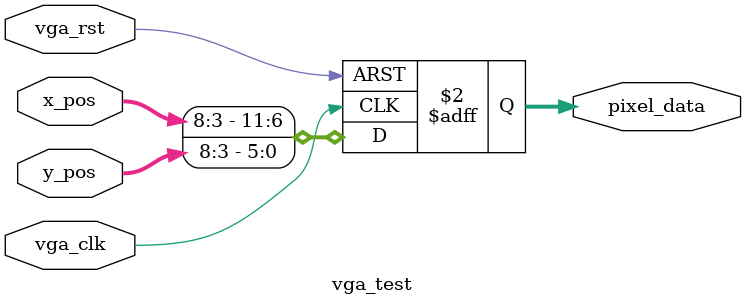
<source format=v>
module vga_test(input vga_clk,
                input vga_rst,
                input [9:0] x_pos,
                input [9:0] y_pos,
                output reg [11:0] pixel_data); // 蓝蓝蓝蓝绿绿绿绿红红红红
    always @(posedge vga_clk or posedge vga_rst) begin
        if (vga_rst) begin
            pixel_data <= 0;
        end
        else begin
            pixel_data <= {x_pos[8:3], y_pos[8:3]};
        end
    end
endmodule

</source>
